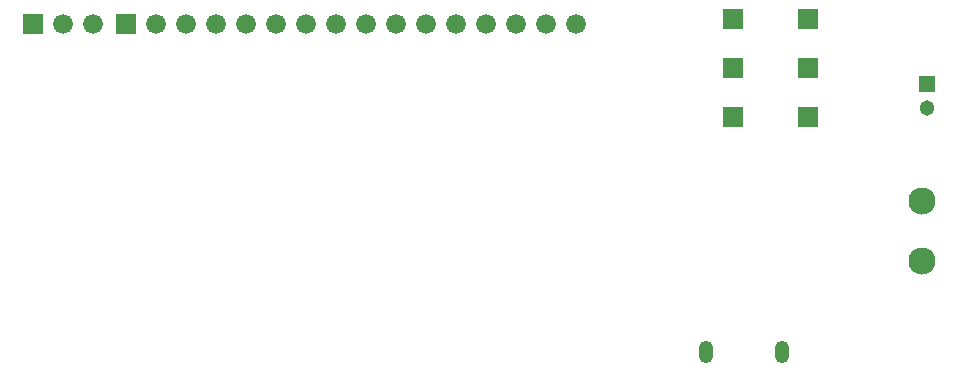
<source format=gbs>
G04 Layer: BottomSolderMaskLayer*
G04 EasyEDA v6.5.51, 2025-11-13 11:15:01*
G04 eeee07b8e3394328a7c479296e6499dd,d08b7503fb3042b1851704d71a85d887,10*
G04 Gerber Generator version 0.2*
G04 Scale: 100 percent, Rotated: No, Reflected: No *
G04 Dimensions in millimeters *
G04 leading zeros omitted , absolute positions ,4 integer and 5 decimal *
%FSLAX45Y45*%
%MOMM*%

%AMMACRO1*4,1,8,-0.6211,-0.6508,-0.6508,-0.621,-0.6508,0.6211,-0.6211,0.6508,0.621,0.6508,0.6508,0.6211,0.6508,-0.621,0.621,-0.6508,-0.6211,-0.6508,0*%
%AMMACRO2*4,1,8,-0.8085,-0.8382,-0.8382,-0.8084,-0.8382,0.8085,-0.8085,0.8382,0.8084,0.8382,0.8382,0.8085,0.8382,-0.8084,0.8084,-0.8382,-0.8085,-0.8382,0*%
%ADD10MACRO1*%
%ADD11C,1.3016*%
%ADD12MACRO2*%
%ADD13C,1.6764*%
%ADD14C,2.3000*%
%ADD15O,1.200023X1.900022*%
%ADD16O,0.0105X1.900022*%

%LPD*%
D10*
G01*
X8648700Y8405799D03*
D11*
G01*
X8648700Y8205800D03*
D12*
G01*
X1866900Y8915400D03*
D13*
G01*
X2120900Y8915400D03*
G01*
X2374900Y8915400D03*
G01*
X2628900Y8915400D03*
G01*
X2882900Y8915400D03*
G01*
X3136900Y8915400D03*
G01*
X3390900Y8915400D03*
G01*
X3644900Y8915400D03*
G01*
X3898900Y8915400D03*
G01*
X4152900Y8915400D03*
G01*
X4406900Y8915400D03*
G01*
X4660900Y8915400D03*
G01*
X4914900Y8915400D03*
G01*
X5168900Y8915400D03*
G01*
X5422900Y8915400D03*
G01*
X5676900Y8915400D03*
D12*
G01*
X1079500Y8915400D03*
D13*
G01*
X1333500Y8915400D03*
G01*
X1587500Y8915400D03*
D12*
G01*
X7010400Y8959850D03*
G01*
X7010400Y8543925D03*
G01*
X7010400Y8128000D03*
G01*
X7645400Y8959850D03*
G01*
X7645400Y8543925D03*
G01*
X7645400Y8128000D03*
D14*
G01*
X8610600Y7416800D03*
G01*
X8610600Y6908800D03*
D15*
G01*
X7419314Y6139306D03*
G01*
X6779310Y6139306D03*
M02*

</source>
